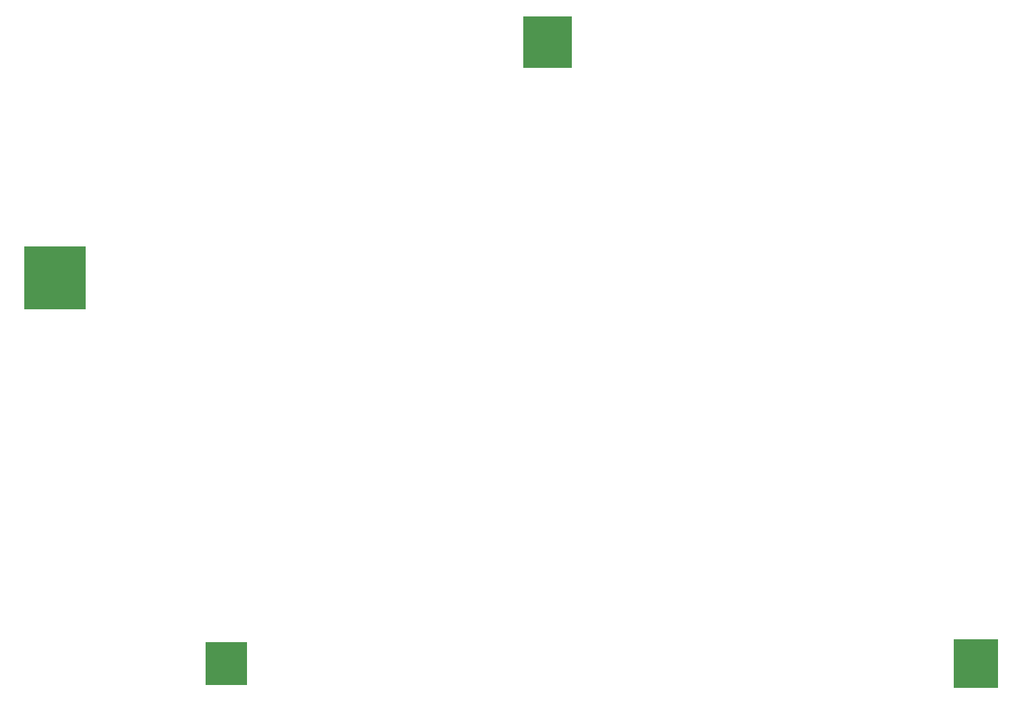
<source format=gtp>
G04 MADE WITH FRITZING*
G04 WWW.FRITZING.ORG*
G04 DOUBLE SIDED*
G04 HOLES PLATED*
G04 CONTOUR ON CENTER OF CONTOUR VECTOR*
%ASAXBY*%
%FSLAX23Y23*%
%MOIN*%
%OFA0B0*%
%SFA1.0B1.0*%
%ADD10R,0.287052X0.297244*%
%ADD11R,0.226321X0.242047*%
%ADD12R,0.209407X0.227279*%
%ADD13R,0.194488X0.204681*%
%LNPASTEMASK1*%
G90*
G70*
G54D10*
X242Y1957D03*
G54D11*
X2542Y3057D03*
G54D12*
X4542Y157D03*
G54D13*
X1042Y157D03*
G04 End of PasteMask1*
M02*
</source>
